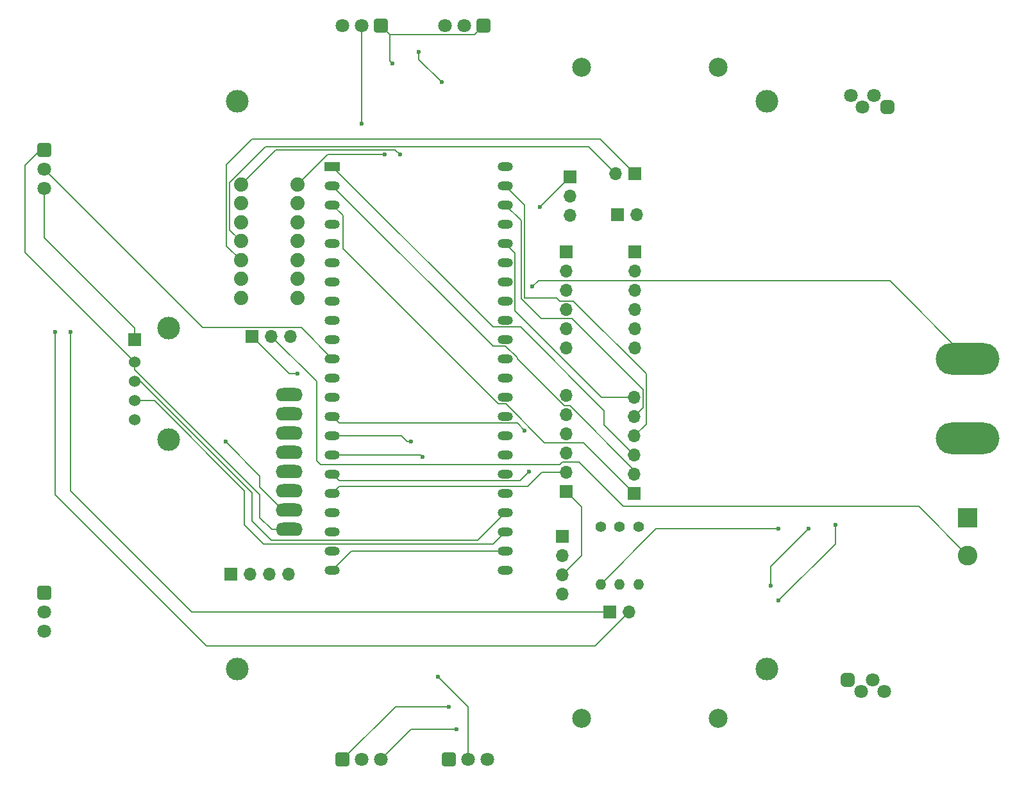
<source format=gbr>
%TF.GenerationSoftware,KiCad,Pcbnew,8.0.1*%
%TF.CreationDate,2024-08-22T17:50:51+03:00*%
%TF.ProjectId,Maze_kiCad,4d617a65-5f6b-4694-9361-642e6b696361,rev?*%
%TF.SameCoordinates,Original*%
%TF.FileFunction,Copper,L2,Bot*%
%TF.FilePolarity,Positive*%
%FSLAX46Y46*%
G04 Gerber Fmt 4.6, Leading zero omitted, Abs format (unit mm)*
G04 Created by KiCad (PCBNEW 8.0.1) date 2024-08-22 17:50:51*
%MOMM*%
%LPD*%
G01*
G04 APERTURE LIST*
G04 Aperture macros list*
%AMRoundRect*
0 Rectangle with rounded corners*
0 $1 Rounding radius*
0 $2 $3 $4 $5 $6 $7 $8 $9 X,Y pos of 4 corners*
0 Add a 4 corners polygon primitive as box body*
4,1,4,$2,$3,$4,$5,$6,$7,$8,$9,$2,$3,0*
0 Add four circle primitives for the rounded corners*
1,1,$1+$1,$2,$3*
1,1,$1+$1,$4,$5*
1,1,$1+$1,$6,$7*
1,1,$1+$1,$8,$9*
0 Add four rect primitives between the rounded corners*
20,1,$1+$1,$2,$3,$4,$5,0*
20,1,$1+$1,$4,$5,$6,$7,0*
20,1,$1+$1,$6,$7,$8,$9,0*
20,1,$1+$1,$8,$9,$2,$3,0*%
G04 Aperture macros list end*
%TA.AperFunction,ComponentPad*%
%ADD10R,1.700000X1.700000*%
%TD*%
%TA.AperFunction,ComponentPad*%
%ADD11O,1.700000X1.700000*%
%TD*%
%TA.AperFunction,WasherPad*%
%ADD12C,2.500000*%
%TD*%
%TA.AperFunction,ComponentPad*%
%ADD13R,2.000000X1.200000*%
%TD*%
%TA.AperFunction,ComponentPad*%
%ADD14O,2.000000X1.200000*%
%TD*%
%TA.AperFunction,ComponentPad*%
%ADD15O,3.556000X1.778000*%
%TD*%
%TA.AperFunction,ComponentPad*%
%ADD16C,1.530000*%
%TD*%
%TA.AperFunction,ComponentPad*%
%ADD17C,1.400000*%
%TD*%
%TA.AperFunction,ComponentPad*%
%ADD18O,1.400000X1.400000*%
%TD*%
%TA.AperFunction,ComponentPad*%
%ADD19RoundRect,0.450000X-0.450000X-0.450000X0.450000X-0.450000X0.450000X0.450000X-0.450000X0.450000X0*%
%TD*%
%TA.AperFunction,ComponentPad*%
%ADD20C,1.800000*%
%TD*%
%TA.AperFunction,ComponentPad*%
%ADD21O,8.400000X4.200000*%
%TD*%
%TA.AperFunction,WasherPad*%
%ADD22C,3.000000*%
%TD*%
%TA.AperFunction,ComponentPad*%
%ADD23C,1.879600*%
%TD*%
%TA.AperFunction,ComponentPad*%
%ADD24RoundRect,0.250200X-0.649800X-0.649800X0.649800X-0.649800X0.649800X0.649800X-0.649800X0.649800X0*%
%TD*%
%TA.AperFunction,ComponentPad*%
%ADD25RoundRect,0.250200X-0.649800X0.649800X-0.649800X-0.649800X0.649800X-0.649800X0.649800X0.649800X0*%
%TD*%
%TA.AperFunction,ComponentPad*%
%ADD26RoundRect,0.250200X0.649800X0.649800X-0.649800X0.649800X-0.649800X-0.649800X0.649800X-0.649800X0*%
%TD*%
%TA.AperFunction,ComponentPad*%
%ADD27RoundRect,0.450000X0.450000X0.450000X-0.450000X0.450000X-0.450000X-0.450000X0.450000X-0.450000X0*%
%TD*%
%TA.AperFunction,ComponentPad*%
%ADD28R,2.600000X2.600000*%
%TD*%
%TA.AperFunction,ComponentPad*%
%ADD29C,2.600000*%
%TD*%
%TA.AperFunction,ViaPad*%
%ADD30C,0.600000*%
%TD*%
%TA.AperFunction,Conductor*%
%ADD31C,0.200000*%
%TD*%
G04 APERTURE END LIST*
D10*
%TO.P,J9,1,Pin_1*%
%TO.N,Net-(J9-Pin_1)*%
X152475000Y-111825000D03*
D11*
%TO.P,J9,2,Pin_2*%
%TO.N,Net-(J9-Pin_2)*%
X152475000Y-109285000D03*
%TO.P,J9,3,Pin_3*%
%TO.N,Net-(J9-Pin_3)*%
X152475000Y-106745000D03*
%TO.P,J9,4,Pin_4*%
%TO.N,Net-(J9-Pin_4)*%
X152475000Y-104205000D03*
%TO.P,J9,5,Pin_5*%
%TO.N,Net-(J9-Pin_5)*%
X152475000Y-101665000D03*
%TO.P,J9,6,Pin_6*%
%TO.N,Net-(J9-Pin_6)*%
X152475000Y-99125000D03*
%TD*%
D12*
%TO.P,,*%
%TO.N,*%
X145500000Y-141500000D03*
%TD*%
D13*
%TO.P,U1,1,3V3*%
%TO.N,Net-(J9-Pin_3)*%
X112570000Y-68607920D03*
D14*
%TO.P,U1,2,3V3*%
%TO.N,Net-(J9-Pin_2)*%
X112570000Y-71147920D03*
%TO.P,U1,3,RST*%
%TO.N,Net-(J9-Pin_1)*%
X112570000Y-73687920D03*
%TO.P,U1,4,GPIO4/ADC1_CH3*%
%TO.N,/aIn_pin4*%
X112570000Y-76227920D03*
%TO.P,U1,5,GPIO5/ADC1_CH4*%
%TO.N,/aEnb_pin5*%
X112570000Y-78767920D03*
%TO.P,U1,6,GPIO6/ADC1_CH5*%
%TO.N,/bIn_pin6*%
X112570000Y-81307920D03*
%TO.P,U1,7,GPIO7/ADC1_CH6*%
%TO.N,/bEnb_pin7*%
X112570000Y-83847920D03*
%TO.P,U1,8,GPIO15/ADC2_CH4/32K_P*%
%TO.N,/ir_sensor_6*%
X112570000Y-86387920D03*
%TO.P,U1,9,GPIO16/ADC2_CH5/32K_N*%
%TO.N,/ir_sensor_5*%
X112570000Y-88927920D03*
%TO.P,U1,10,GPIO17/ADC2_CH6/U1TXD*%
%TO.N,/ir_sensor_4*%
X112570000Y-91467920D03*
%TO.P,U1,11,GPIO18/ADC2_CH7/U1RXD*%
%TO.N,/ir_sensor_3*%
X112570000Y-94007920D03*
%TO.P,U1,12,GPIO8/ADC1_CH7*%
%TO.N,/ir_sensor_2*%
X112570000Y-96547920D03*
%TO.P,U1,13,GPIO3/ADC1_CH2*%
%TO.N,/ir_sensor_1*%
X112570000Y-99087920D03*
%TO.P,U1,14,GPIO46*%
%TO.N,Net-(J8-Pin_6)*%
X112570000Y-101627920D03*
%TO.P,U1,15,GPIO9/ADC1_CH8*%
%TO.N,Net-(J8-Pin_5)*%
X112570000Y-104167920D03*
%TO.P,U1,16,GPIO10/ADC1_CH9*%
%TO.N,Net-(J8-Pin_4)*%
X112570000Y-106707920D03*
%TO.P,U1,17,GPIO11/ADC2_CH0*%
%TO.N,Net-(J8-Pin_3)*%
X112570000Y-109247920D03*
%TO.P,U1,18,GPIO12/ADC2_CH1*%
%TO.N,Net-(J8-Pin_2)*%
X112570000Y-111787920D03*
%TO.P,U1,19,GPIO13/ADC2_CH2*%
%TO.N,/sda_pin13*%
X112570000Y-114327920D03*
%TO.P,U1,20,GPIO14/ADC2_CH3*%
%TO.N,/scl_pin14*%
X112566320Y-116865200D03*
%TO.P,U1,21,5V*%
%TO.N,VCC*%
X112566320Y-119405200D03*
%TO.P,U1,22,GND*%
%TO.N,GND*%
X112566320Y-121945200D03*
%TO.P,U1,23,GND*%
X135430000Y-121947920D03*
%TO.P,U1,24,GND*%
X135430000Y-119407920D03*
%TO.P,U1,25,GPIO19/ADC2_CH8/USB_D-*%
%TO.N,/echo_pin19*%
X135430000Y-116867920D03*
%TO.P,U1,26,GPIO20/ADC2_CH9/USB_D+*%
%TO.N,/trig_pin20*%
X135430000Y-114327920D03*
%TO.P,U1,27,GPIO21*%
%TO.N,/pin21_red*%
X135430000Y-111787920D03*
%TO.P,U1,28,GPIO47*%
%TO.N,/pin47_green*%
X135430000Y-109247920D03*
%TO.P,U1,29,GPIO48*%
%TO.N,/pin48_blue*%
X135430000Y-106707920D03*
%TO.P,U1,30,GPIO45*%
%TO.N,Net-(J11-Pin_4)*%
X135430000Y-104167920D03*
%TO.P,U1,31,GPIO0*%
%TO.N,Net-(J11-Pin_3)*%
X135430000Y-101627920D03*
%TO.P,U1,32,GPIO35*%
%TO.N,Net-(J11-Pin_2)*%
X135430000Y-99087920D03*
%TO.P,U1,33,GPIO36*%
%TO.N,Net-(J11-Pin_1)*%
X135430000Y-96547920D03*
%TO.P,U1,34,GPIO37*%
%TO.N,Net-(J10-Pin_6)*%
X135430000Y-94007920D03*
%TO.P,U1,35,GPIO38*%
%TO.N,Net-(J10-Pin_5)*%
X135430000Y-91467920D03*
%TO.P,U1,36,GPIO39/MTCK*%
%TO.N,Net-(J10-Pin_4)*%
X135430000Y-88927920D03*
%TO.P,U1,37,GPIO40/MTDO*%
%TO.N,Net-(J10-Pin_3)*%
X135430000Y-86387920D03*
%TO.P,U1,38,GPIO41/MTDI*%
%TO.N,Net-(J10-Pin_2)*%
X135430000Y-83847920D03*
%TO.P,U1,39,GPIO42/MTMS*%
%TO.N,Net-(J10-Pin_1)*%
X135430000Y-81307920D03*
%TO.P,U1,40,GPIO2/ADC1_CH1*%
%TO.N,Net-(J9-Pin_6)*%
X135430000Y-78767920D03*
%TO.P,U1,41,GPIO1/ADC1_CH0*%
%TO.N,/ir_receiver_pin1*%
X135430000Y-76227920D03*
%TO.P,U1,42,GPIO44/U0RXD*%
%TO.N,Net-(J9-Pin_5)*%
X135430000Y-73687920D03*
%TO.P,U1,43,GPIO43/U0TXD*%
%TO.N,Net-(J9-Pin_4)*%
X135430000Y-71147920D03*
%TO.P,U1,44,GND*%
%TO.N,GND*%
X135430000Y-68607920D03*
%TD*%
D15*
%TO.P,U8,ADO,ADO*%
%TO.N,Net-(J5-Pin_2)*%
X106897500Y-101332500D03*
%TO.P,U8,GND,GND*%
%TO.N,GND*%
X106897500Y-114032500D03*
%TO.P,U8,INT,INT*%
%TO.N,Net-(J5-Pin_1)*%
X106897500Y-98792500D03*
%TO.P,U8,SCL,SCL*%
%TO.N,/scl_pin14*%
X106897500Y-111492500D03*
%TO.P,U8,SDA,SDA*%
%TO.N,/sda_pin13*%
X106897500Y-108952500D03*
%TO.P,U8,VCC,VCC*%
%TO.N,VCC*%
X106897500Y-116572500D03*
%TO.P,U8,XCL,XCL*%
%TO.N,Net-(J5-Pin_3)*%
X106897500Y-103872500D03*
%TO.P,U8,XDA,XDA*%
%TO.N,Net-(J5-Pin_4)*%
X106897500Y-106412500D03*
%TD*%
D10*
%TO.P,J8,1,Pin_1*%
%TO.N,VCC*%
X143475000Y-111570000D03*
D11*
%TO.P,J8,2,Pin_2*%
%TO.N,Net-(J8-Pin_2)*%
X143475000Y-109030000D03*
%TO.P,J8,3,Pin_3*%
%TO.N,Net-(J8-Pin_3)*%
X143475000Y-106490000D03*
%TO.P,J8,4,Pin_4*%
%TO.N,Net-(J8-Pin_4)*%
X143475000Y-103950000D03*
%TO.P,J8,5,Pin_5*%
%TO.N,Net-(J8-Pin_5)*%
X143475000Y-101410000D03*
%TO.P,J8,6,Pin_6*%
%TO.N,Net-(J8-Pin_6)*%
X143475000Y-98870000D03*
%TD*%
D16*
%TO.P,U9,1,VCC*%
%TO.N,VCC*%
X86500000Y-94500000D03*
%TO.P,U9,2,TRIG*%
%TO.N,/trig_pin20*%
X86500000Y-97040000D03*
%TO.P,U9,3,ECHO*%
%TO.N,/echo_pin19*%
X86500000Y-99580000D03*
%TO.P,U9,4,GND*%
%TO.N,unconnected-(U9-GND-Pad4)*%
X86500000Y-102120000D03*
%TD*%
D10*
%TO.P,J11,1,Pin_1*%
%TO.N,Net-(J11-Pin_1)*%
X152500000Y-79920000D03*
D11*
%TO.P,J11,2,Pin_2*%
%TO.N,Net-(J11-Pin_2)*%
X152500000Y-82460000D03*
%TO.P,J11,3,Pin_3*%
%TO.N,Net-(J11-Pin_3)*%
X152500000Y-85000000D03*
%TO.P,J11,4,Pin_4*%
%TO.N,Net-(J11-Pin_4)*%
X152500000Y-87540000D03*
%TO.P,J11,5,Pin_5*%
%TO.N,GND*%
X152500000Y-90080000D03*
%TO.P,J11,6,Pin_6*%
X152500000Y-92620000D03*
%TD*%
D17*
%TO.P,R2,1*%
%TO.N,/pin47_green*%
X150500000Y-116230000D03*
D18*
%TO.P,R2,2*%
%TO.N,Net-(D1-GA)*%
X150500000Y-123850000D03*
%TD*%
D19*
%TO.P,D2,1,RA*%
%TO.N,Net-(D1-RA)*%
X180674000Y-136476000D03*
D20*
%TO.P,D2,2,GA*%
%TO.N,Net-(D1-GA)*%
X182452000Y-138000000D03*
%TO.P,D2,3,BA*%
%TO.N,Net-(D1-BA)*%
X183976000Y-136476000D03*
%TO.P,D2,4,K*%
%TO.N,GND*%
X185500000Y-138000000D03*
%TD*%
D21*
%TO.P,S1,1*%
%TO.N,Net-(J1-Pin_1)*%
X196500000Y-104500000D03*
%TO.P,S1,2*%
%TO.N,+7V*%
X196500000Y-94000000D03*
%TD*%
D12*
%TO.P,,*%
%TO.N,*%
X163500000Y-141500000D03*
%TD*%
D10*
%TO.P,U10,1,IN*%
%TO.N,+7V*%
X102000000Y-91080000D03*
D11*
%TO.P,U10,2,GND*%
%TO.N,GND2*%
X104540000Y-91080000D03*
%TO.P,U10,3,OUT*%
%TO.N,VCC*%
X107080000Y-91080000D03*
%TD*%
D10*
%TO.P,J2,1,Pin_1*%
%TO.N,Net-(J2-Pin_1)*%
X152500000Y-69565000D03*
D11*
%TO.P,J2,2,Pin_2*%
%TO.N,Net-(J2-Pin_2)*%
X149960000Y-69565000D03*
%TD*%
D22*
%TO.P,,*%
%TO.N,*%
X170000000Y-135000000D03*
%TD*%
D23*
%TO.P,MotorDriver1,1,GND*%
%TO.N,GND*%
X108000000Y-86000000D03*
%TO.P,MotorDriver1,2,VCC*%
%TO.N,VCC*%
X108000000Y-83500000D03*
%TO.P,MotorDriver1,3,BENBL*%
%TO.N,/bEnb_pin7*%
X108000000Y-81000000D03*
%TO.P,MotorDriver1,4,BPHASE*%
%TO.N,/bIn_pin6*%
X108000000Y-78500000D03*
%TO.P,MotorDriver1,5,AENBL*%
%TO.N,/aEnb_pin5*%
X108000000Y-76000000D03*
%TO.P,MotorDriver1,6,APHASE*%
%TO.N,/aIn_pin4*%
X108000000Y-73500000D03*
%TO.P,MotorDriver1,7,MODE*%
%TO.N,Net-(J4-Pin_2)*%
X108000000Y-71000000D03*
%TO.P,MotorDriver1,8,GND_HigtVolt*%
%TO.N,GND2*%
X100500000Y-86000000D03*
%TO.P,MotorDriver1,9,VCC_HightVolt*%
%TO.N,+7V*%
X100500000Y-83500000D03*
%TO.P,MotorDriver1,10,Bout2*%
%TO.N,Net-(J2-Pin_1)*%
X100500000Y-81000000D03*
%TO.P,MotorDriver1,11,Bout1*%
%TO.N,Net-(J2-Pin_2)*%
X100500000Y-78500000D03*
%TO.P,MotorDriver1,12,Aout2*%
%TO.N,Net-(J3-Pin_1)*%
X100500000Y-76000000D03*
%TO.P,MotorDriver1,13,Aout1*%
%TO.N,Net-(J3-Pin_2)*%
X100500000Y-73500000D03*
%TO.P,MotorDriver1,14,VMM*%
%TO.N,Net-(J4-Pin_1)*%
X100500000Y-71000000D03*
%TD*%
D24*
%TO.P,U3,1,VCC*%
%TO.N,VCC*%
X127960000Y-146975000D03*
D20*
%TO.P,U3,2,OUT*%
%TO.N,/ir_sensor_2*%
X130500000Y-146975000D03*
%TO.P,U3,3,GND*%
%TO.N,GND*%
X133040000Y-146975000D03*
%TD*%
D10*
%TO.P,J12,1,Pin_1*%
%TO.N,GND*%
X143000000Y-117460000D03*
D11*
%TO.P,J12,2,Pin_2*%
X143000000Y-120000000D03*
%TO.P,J12,3,Pin_3*%
%TO.N,VCC*%
X143000000Y-122540000D03*
%TO.P,J12,4,Pin_4*%
X143000000Y-125080000D03*
%TD*%
D10*
%TO.P,J3,1,Pin_1*%
%TO.N,Net-(J3-Pin_1)*%
X149250000Y-127515000D03*
D11*
%TO.P,J3,2,Pin_2*%
%TO.N,Net-(J3-Pin_2)*%
X151790000Y-127515000D03*
%TD*%
D22*
%TO.P,,*%
%TO.N,*%
X100000000Y-135000000D03*
%TD*%
D12*
%TO.P,,*%
%TO.N,*%
X163500000Y-55500000D03*
%TD*%
D10*
%TO.P,J6,1,Pin_1*%
%TO.N,GND*%
X86500000Y-91500000D03*
%TD*%
%TO.P,J5,1,Pin_1*%
%TO.N,Net-(J5-Pin_1)*%
X99200000Y-122475000D03*
D11*
%TO.P,J5,2,Pin_2*%
%TO.N,Net-(J5-Pin_2)*%
X101740000Y-122475000D03*
%TO.P,J5,3,Pin_3*%
%TO.N,Net-(J5-Pin_3)*%
X104280000Y-122475000D03*
%TO.P,J5,4,Pin_4*%
%TO.N,Net-(J5-Pin_4)*%
X106820000Y-122475000D03*
%TD*%
D25*
%TO.P,U4,1,VCC*%
%TO.N,VCC*%
X74525000Y-66460000D03*
D20*
%TO.P,U4,2,OUT*%
%TO.N,/ir_sensor_3*%
X74525000Y-69000000D03*
%TO.P,U4,3,GND*%
%TO.N,GND*%
X74525000Y-71540000D03*
%TD*%
D26*
%TO.P,U6,1,VCC*%
%TO.N,VCC*%
X119000000Y-50000000D03*
D20*
%TO.P,U6,2,OUT*%
%TO.N,/ir_sensor_5*%
X116460000Y-50000000D03*
%TO.P,U6,3,GND*%
%TO.N,GND*%
X113920000Y-50000000D03*
%TD*%
D17*
%TO.P,R3,1*%
%TO.N,/pin21_red*%
X148000000Y-116230000D03*
D18*
%TO.P,R3,2*%
%TO.N,Net-(D1-RA)*%
X148000000Y-123850000D03*
%TD*%
D26*
%TO.P,U5,1,VCC*%
%TO.N,VCC*%
X132540000Y-50000000D03*
D20*
%TO.P,U5,2,OUT*%
%TO.N,/ir_sensor_4*%
X130000000Y-50000000D03*
%TO.P,U5,3,GND*%
%TO.N,GND*%
X127460000Y-50000000D03*
%TD*%
D25*
%TO.P,U7,1,VCC*%
%TO.N,VCC*%
X74525000Y-124960000D03*
D20*
%TO.P,U7,2,OUT*%
%TO.N,/ir_sensor_6*%
X74525000Y-127500000D03*
%TO.P,U7,3,GND*%
%TO.N,GND*%
X74525000Y-130040000D03*
%TD*%
D22*
%TO.P,,*%
%TO.N,*%
X100000000Y-60000000D03*
%TD*%
D27*
%TO.P,D1,1,RA*%
%TO.N,Net-(D1-RA)*%
X185910000Y-60760000D03*
D20*
%TO.P,D1,2,GA*%
%TO.N,Net-(D1-GA)*%
X184132000Y-59236000D03*
%TO.P,D1,3,BA*%
%TO.N,Net-(D1-BA)*%
X182608000Y-60760000D03*
%TO.P,D1,4,K*%
%TO.N,GND*%
X181084000Y-59236000D03*
%TD*%
D22*
%TO.P,,*%
%TO.N,*%
X170000000Y-60000000D03*
%TD*%
%TO.P,,*%
%TO.N,*%
X91000000Y-90000000D03*
%TD*%
D17*
%TO.P,R1,1*%
%TO.N,/pin48_blue*%
X153000000Y-116230000D03*
D18*
%TO.P,R1,2*%
%TO.N,Net-(D1-BA)*%
X153000000Y-123850000D03*
%TD*%
D10*
%TO.P,J10,1,Pin_1*%
%TO.N,Net-(J10-Pin_1)*%
X143500000Y-79920000D03*
D11*
%TO.P,J10,2,Pin_2*%
%TO.N,Net-(J10-Pin_2)*%
X143500000Y-82460000D03*
%TO.P,J10,3,Pin_3*%
%TO.N,Net-(J10-Pin_3)*%
X143500000Y-85000000D03*
%TO.P,J10,4,Pin_4*%
%TO.N,Net-(J10-Pin_4)*%
X143500000Y-87540000D03*
%TO.P,J10,5,Pin_5*%
%TO.N,Net-(J10-Pin_5)*%
X143500000Y-90080000D03*
%TO.P,J10,6,Pin_6*%
%TO.N,Net-(J10-Pin_6)*%
X143500000Y-92620000D03*
%TD*%
D22*
%TO.P,,*%
%TO.N,*%
X91000000Y-104700000D03*
%TD*%
D12*
%TO.P,,*%
%TO.N,*%
X145500000Y-55500000D03*
%TD*%
D28*
%TO.P,J1,1,Pin_1*%
%TO.N,Net-(J1-Pin_1)*%
X196500000Y-115000000D03*
D29*
%TO.P,J1,2,Pin_2*%
%TO.N,GND2*%
X196500000Y-120000000D03*
%TD*%
D10*
%TO.P,J4,1,Pin_1*%
%TO.N,Net-(J4-Pin_1)*%
X150250000Y-75015000D03*
D11*
%TO.P,J4,2,Pin_2*%
%TO.N,Net-(J4-Pin_2)*%
X152790000Y-75015000D03*
%TD*%
D24*
%TO.P,U2,1,VCC*%
%TO.N,VCC*%
X113960000Y-146975000D03*
D20*
%TO.P,U2,2,OUT*%
%TO.N,/ir_sensor_1*%
X116500000Y-146975000D03*
%TO.P,U2,3,GND*%
%TO.N,GND*%
X119040000Y-146975000D03*
%TD*%
D10*
%TO.P,J7,1,Pin_1*%
%TO.N,/ir_receiver_pin1*%
X144000000Y-70000000D03*
D11*
%TO.P,J7,2,Pin_2*%
%TO.N,VCC*%
X144000000Y-72540000D03*
%TO.P,J7,3,Pin_3*%
%TO.N,GND*%
X144000000Y-75080000D03*
%TD*%
D30*
%TO.N,Net-(D1-GA)*%
X171500000Y-126000000D03*
X179000000Y-116000000D03*
%TO.N,Net-(D1-RA)*%
X171500000Y-116500000D03*
%TO.N,Net-(D1-BA)*%
X170500000Y-124000000D03*
X175500000Y-116500000D03*
%TO.N,GND*%
X98500000Y-105000000D03*
X124000000Y-53500000D03*
X129000000Y-143000000D03*
X127000000Y-57500000D03*
%TO.N,Net-(J3-Pin_1)*%
X78000000Y-90500000D03*
%TO.N,Net-(J3-Pin_2)*%
X76000000Y-90500000D03*
%TO.N,Net-(J4-Pin_1)*%
X121500000Y-67000000D03*
%TO.N,Net-(J4-Pin_2)*%
X119500000Y-67000000D03*
%TO.N,/ir_receiver_pin1*%
X140000000Y-74000000D03*
%TO.N,VCC*%
X128000000Y-140000000D03*
X120500000Y-55000000D03*
%TO.N,Net-(J8-Pin_3)*%
X138535305Y-108964695D03*
%TO.N,Net-(J8-Pin_4)*%
X124500000Y-107000000D03*
%TO.N,Net-(J8-Pin_5)*%
X123000000Y-105000000D03*
%TO.N,Net-(J8-Pin_6)*%
X138000000Y-103500000D03*
%TO.N,+7V*%
X108000000Y-96000000D03*
X139000000Y-84500000D03*
%TO.N,/ir_sensor_2*%
X126500000Y-136000000D03*
%TO.N,/ir_sensor_5*%
X116500000Y-63000000D03*
%TD*%
D31*
%TO.N,GND2*%
X110500000Y-97040000D02*
X104540000Y-91080000D01*
X142638654Y-108000000D02*
X111000000Y-108000000D01*
X111000000Y-108000000D02*
X110500000Y-107500000D01*
X142998654Y-107640000D02*
X142638654Y-108000000D01*
X110500000Y-107500000D02*
X110500000Y-97040000D01*
X145140000Y-107640000D02*
X142998654Y-107640000D01*
X151000000Y-113500000D02*
X145140000Y-107640000D01*
X190000000Y-113500000D02*
X151000000Y-113500000D01*
X196500000Y-120000000D02*
X190000000Y-113500000D01*
%TO.N,Net-(J8-Pin_3)*%
X138535305Y-108964695D02*
X137352080Y-110147920D01*
X113470000Y-110147920D02*
X112570000Y-109247920D01*
X137352080Y-110147920D02*
X113470000Y-110147920D01*
%TO.N,Net-(J9-Pin_3)*%
X133790000Y-89827920D02*
X112570000Y-68607920D01*
X137437106Y-89827920D02*
X133790000Y-89827920D01*
X148500000Y-100890814D02*
X137437106Y-89827920D01*
X148500000Y-102770000D02*
X148500000Y-100890814D01*
X152475000Y-106745000D02*
X148500000Y-102770000D01*
%TO.N,Net-(J9-Pin_6)*%
X136730000Y-80067920D02*
X135430000Y-78767920D01*
X148125000Y-99125000D02*
X136730000Y-87730000D01*
X136730000Y-87730000D02*
X136730000Y-80067920D01*
X152475000Y-99125000D02*
X148125000Y-99125000D01*
%TO.N,Net-(J9-Pin_5)*%
X137500000Y-75757920D02*
X135430000Y-73687920D01*
X137500000Y-86065685D02*
X137500000Y-75757920D01*
X153625000Y-98125000D02*
X144190000Y-88690000D01*
X153625000Y-100515000D02*
X153625000Y-98125000D01*
X140124315Y-88690000D02*
X137500000Y-86065685D01*
X152475000Y-101665000D02*
X153625000Y-100515000D01*
X144190000Y-88690000D02*
X140124315Y-88690000D01*
%TO.N,Net-(J9-Pin_4)*%
X138000000Y-73717920D02*
X135430000Y-71147920D01*
X138000000Y-86000000D02*
X138000000Y-73717920D01*
X142197843Y-86000000D02*
X138000000Y-86000000D01*
X144390000Y-86390000D02*
X142587843Y-86390000D01*
X142587843Y-86390000D02*
X142197843Y-86000000D01*
X154025000Y-96025000D02*
X144390000Y-86390000D01*
X154025000Y-102655000D02*
X154025000Y-96025000D01*
X152475000Y-104205000D02*
X154025000Y-102655000D01*
%TO.N,Net-(D1-GA)*%
X179000000Y-118500000D02*
X179000000Y-116000000D01*
X171500000Y-126000000D02*
X179000000Y-118500000D01*
%TO.N,Net-(D1-RA)*%
X148000000Y-123850000D02*
X155350000Y-116500000D01*
X155350000Y-116500000D02*
X162500000Y-116500000D01*
X162500000Y-116500000D02*
X171500000Y-116500000D01*
%TO.N,Net-(D1-BA)*%
X170500000Y-124000000D02*
X170500000Y-121500000D01*
X170500000Y-121500000D02*
X175500000Y-116500000D01*
%TO.N,GND*%
X74525000Y-71540000D02*
X74525000Y-78025000D01*
X135430000Y-119407920D02*
X115103600Y-119407920D01*
X103000000Y-111000000D02*
X106032500Y-114032500D01*
X98500000Y-105000000D02*
X103000000Y-109500000D01*
X106032500Y-114032500D02*
X106897500Y-114032500D01*
X103000000Y-109500000D02*
X103000000Y-111000000D01*
X86500000Y-90000000D02*
X86500000Y-91500000D01*
X129000000Y-143000000D02*
X123015000Y-143000000D01*
X124000000Y-53500000D02*
X124000000Y-54500000D01*
X74525000Y-78025000D02*
X86500000Y-90000000D01*
X115103600Y-119407920D02*
X112566320Y-121945200D01*
X123015000Y-143000000D02*
X119040000Y-146975000D01*
X124000000Y-54500000D02*
X127000000Y-57500000D01*
%TO.N,Net-(J2-Pin_1)*%
X147935000Y-65000000D02*
X102000000Y-65000000D01*
X152500000Y-69565000D02*
X147935000Y-65000000D01*
X98600000Y-79100000D02*
X100500000Y-81000000D01*
X102000000Y-65000000D02*
X98600000Y-68400000D01*
X98600000Y-68400000D02*
X98600000Y-79100000D01*
%TO.N,Net-(J2-Pin_2)*%
X99000000Y-77000000D02*
X100500000Y-78500000D01*
X149960000Y-69565000D02*
X146395000Y-66000000D01*
X99000000Y-70746658D02*
X99000000Y-77000000D01*
X103746658Y-66000000D02*
X99000000Y-70746658D01*
X146395000Y-66000000D02*
X103746658Y-66000000D01*
%TO.N,Net-(J3-Pin_1)*%
X149250000Y-127515000D02*
X94015000Y-127515000D01*
X78000000Y-111500000D02*
X78000000Y-90500000D01*
X94015000Y-127515000D02*
X78000000Y-111500000D01*
%TO.N,Net-(J3-Pin_2)*%
X147305000Y-132000000D02*
X96000000Y-132000000D01*
X96000000Y-132000000D02*
X76000000Y-112000000D01*
X151790000Y-127515000D02*
X147305000Y-132000000D01*
X76000000Y-112000000D02*
X76000000Y-90500000D01*
%TO.N,Net-(J4-Pin_1)*%
X105100000Y-66400000D02*
X100500000Y-71000000D01*
X121500000Y-67000000D02*
X120900000Y-66400000D01*
X120900000Y-66400000D02*
X105100000Y-66400000D01*
%TO.N,Net-(J4-Pin_2)*%
X112000000Y-67000000D02*
X108000000Y-71000000D01*
X119500000Y-67000000D02*
X112000000Y-67000000D01*
%TO.N,/ir_receiver_pin1*%
X140000000Y-74000000D02*
X144000000Y-70000000D01*
%TO.N,VCC*%
X145500000Y-113595000D02*
X145500000Y-120040000D01*
X145500000Y-120040000D02*
X143000000Y-122540000D01*
X120200000Y-51200000D02*
X131340000Y-51200000D01*
X143475000Y-111570000D02*
X145500000Y-113595000D01*
X106897500Y-116572500D02*
X104572500Y-116572500D01*
X131340000Y-51200000D02*
X132540000Y-50000000D01*
X113960000Y-146975000D02*
X120935000Y-140000000D01*
X120500000Y-55000000D02*
X120200000Y-54700000D01*
X72025727Y-80025727D02*
X72025727Y-68459273D01*
X72025727Y-68459273D02*
X74025000Y-66460000D01*
X119000000Y-50000000D02*
X120200000Y-51200000D01*
X120935000Y-140000000D02*
X128000000Y-140000000D01*
X86500000Y-95500000D02*
X86500000Y-94500000D01*
X103000000Y-112000000D02*
X86500000Y-95500000D01*
X74025000Y-66460000D02*
X74525000Y-66460000D01*
X120200000Y-54700000D02*
X120200000Y-51200000D01*
X104572500Y-116572500D02*
X103000000Y-115000000D01*
X103000000Y-115000000D02*
X103000000Y-112000000D01*
X86500000Y-94500000D02*
X72025727Y-80025727D01*
%TO.N,Net-(J8-Pin_2)*%
X112570000Y-111787920D02*
X113470000Y-110887920D01*
X113470000Y-110887920D02*
X138387920Y-110887920D01*
X138387920Y-110887920D02*
X140245840Y-109030000D01*
X140245840Y-109030000D02*
X143475000Y-109030000D01*
%TO.N,Net-(J8-Pin_4)*%
X124500000Y-107000000D02*
X124207920Y-106707920D01*
X124207920Y-106707920D02*
X112570000Y-106707920D01*
%TO.N,Net-(J8-Pin_5)*%
X122500000Y-105000000D02*
X121667920Y-104167920D01*
X121667920Y-104167920D02*
X112570000Y-104167920D01*
X123000000Y-105000000D02*
X122500000Y-105000000D01*
%TO.N,Net-(J8-Pin_6)*%
X137027920Y-102527920D02*
X138000000Y-103500000D01*
X112570000Y-101627920D02*
X113470000Y-102527920D01*
X113470000Y-102527920D02*
X137027920Y-102527920D01*
%TO.N,Net-(J9-Pin_2)*%
X152475000Y-109285000D02*
X152475000Y-108783654D01*
X143951346Y-100260000D02*
X143238654Y-100260000D01*
X133790000Y-92367920D02*
X112570000Y-71147920D01*
X137000000Y-93905128D02*
X135462792Y-92367920D01*
X143238654Y-100260000D02*
X137000000Y-94021346D01*
X152475000Y-108783654D02*
X143951346Y-100260000D01*
X137000000Y-94021346D02*
X137000000Y-93905128D01*
X135462792Y-92367920D02*
X133790000Y-92367920D01*
%TO.N,Net-(J9-Pin_1)*%
X135487920Y-99987920D02*
X134487920Y-99987920D01*
X152475000Y-111825000D02*
X145750000Y-105100000D01*
X134487920Y-99987920D02*
X114000000Y-79500000D01*
X114000000Y-75117920D02*
X112570000Y-73687920D01*
X114000000Y-79500000D02*
X114000000Y-75117920D01*
X140600000Y-105100000D02*
X135487920Y-99987920D01*
X145750000Y-105100000D02*
X140600000Y-105100000D01*
%TO.N,+7V*%
X139793654Y-83706346D02*
X139000000Y-84500000D01*
X186206346Y-83706346D02*
X139793654Y-83706346D01*
X106920000Y-96000000D02*
X102000000Y-91080000D01*
X108000000Y-96000000D02*
X106920000Y-96000000D01*
X196500000Y-94000000D02*
X186206346Y-83706346D01*
%TO.N,/ir_sensor_2*%
X130500000Y-146975000D02*
X130500000Y-140000000D01*
X130500000Y-140000000D02*
X126500000Y-136000000D01*
%TO.N,/ir_sensor_5*%
X116460000Y-50000000D02*
X116460000Y-62960000D01*
X116460000Y-62960000D02*
X116500000Y-63000000D01*
%TO.N,/echo_pin19*%
X101000000Y-111500000D02*
X101000000Y-116000000D01*
X103500000Y-118500000D02*
X133797920Y-118500000D01*
X89080000Y-99580000D02*
X101000000Y-111500000D01*
X133797920Y-118500000D02*
X135430000Y-116867920D01*
X101000000Y-116000000D02*
X103500000Y-118500000D01*
X86500000Y-99580000D02*
X89080000Y-99580000D01*
%TO.N,/ir_sensor_3*%
X108492080Y-89930000D02*
X112570000Y-94007920D01*
X74525000Y-69000000D02*
X95455000Y-89930000D01*
X95455000Y-89930000D02*
X108492080Y-89930000D01*
%TO.N,/trig_pin20*%
X131757920Y-118000000D02*
X135430000Y-114327920D01*
X86500000Y-97040000D02*
X87270000Y-97040000D01*
X87270000Y-97040000D02*
X102000000Y-111770000D01*
X102000000Y-111770000D02*
X102000000Y-115500000D01*
X102000000Y-115500000D02*
X104500000Y-118000000D01*
X104500000Y-118000000D02*
X131757920Y-118000000D01*
%TD*%
M02*

</source>
